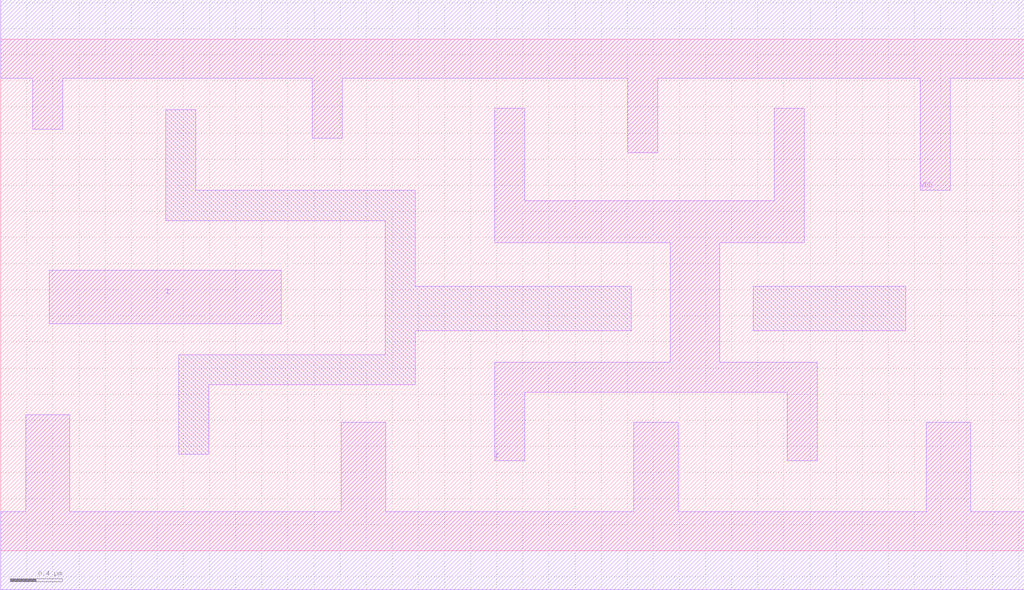
<source format=lef>
# Copyright 2022 GlobalFoundries PDK Authors
#
# Licensed under the Apache License, Version 2.0 (the "License");
# you may not use this file except in compliance with the License.
# You may obtain a copy of the License at
#
#      http://www.apache.org/licenses/LICENSE-2.0
#
# Unless required by applicable law or agreed to in writing, software
# distributed under the License is distributed on an "AS IS" BASIS,
# WITHOUT WARRANTIES OR CONDITIONS OF ANY KIND, either express or implied.
# See the License for the specific language governing permissions and
# limitations under the License.

MACRO gf180mcu_fd_sc_mcu7t5v0__clkbuf_4
  CLASS core ;
  FOREIGN gf180mcu_fd_sc_mcu7t5v0__clkbuf_4 0.0 0.0 ;
  ORIGIN 0 0 ;
  SYMMETRY X Y ;
  SITE GF018hv5v_mcu_sc7 ;
  SIZE 7.84 BY 3.92 ;
  PIN I
    DIRECTION INPUT ;
    ANTENNAGATEAREA 1.183 ;
    PORT
      LAYER METAL1 ;
        POLYGON 0.37 1.74 2.15 1.74 2.15 2.15 0.37 2.15  ;
    END
  END I
  PIN Z
    DIRECTION OUTPUT ;
    ANTENNADIFFAREA 1.986 ;
    PORT
      LAYER METAL1 ;
        POLYGON 3.785 2.36 4.83 2.36 5.13 2.36 5.13 1.445 3.785 1.445 3.785 0.69 4.015 0.69 4.015 1.215 6.025 1.215 6.025 0.69 6.255 0.69 6.255 1.445 5.51 1.445 5.51 2.36 6.155 2.36 6.155 3.39 5.925 3.39 5.925 2.68 4.83 2.68 4.015 2.68 4.015 3.39 3.785 3.39  ;
    END
  END Z
  PIN VDD
    DIRECTION INOUT ;
    USE power ;
    SHAPE ABUTMENT ;
    PORT
      LAYER METAL1 ;
        POLYGON 0 3.62 0.245 3.62 0.245 3.23 0.475 3.23 0.475 3.62 2.385 3.62 2.385 3.16 2.615 3.16 2.615 3.62 4.805 3.62 4.805 3.05 4.83 3.05 5.035 3.05 5.035 3.62 6.935 3.62 7.045 3.62 7.045 2.76 7.275 2.76 7.275 3.62 7.84 3.62 7.84 4.22 6.935 4.22 4.83 4.22 0 4.22  ;
    END
  END VDD
  PIN VSS
    DIRECTION INOUT ;
    USE ground ;
    SHAPE ABUTMENT ;
    PORT
      LAYER METAL1 ;
        POLYGON 0 -0.3 7.84 -0.3 7.84 0.3 7.43 0.3 7.43 0.985 7.09 0.985 7.09 0.3 5.19 0.3 5.19 0.985 4.85 0.985 4.85 0.3 2.95 0.3 2.95 0.985 2.61 0.985 2.61 0.3 0.53 0.3 0.53 1.04 0.19 1.04 0.19 0.3 0 0.3  ;
    END
  END VSS
  OBS
      LAYER METAL1 ;
        POLYGON 1.265 2.53 2.945 2.53 2.945 1.5 1.365 1.5 1.365 0.74 1.595 0.74 1.595 1.27 3.175 1.27 3.175 1.685 4.83 1.685 4.83 2.025 3.175 2.025 3.175 2.76 1.495 2.76 1.495 3.38 1.265 3.38  ;
        POLYGON 5.765 1.685 6.935 1.685 6.935 2.025 5.765 2.025  ;
  END
END gf180mcu_fd_sc_mcu7t5v0__clkbuf_4

</source>
